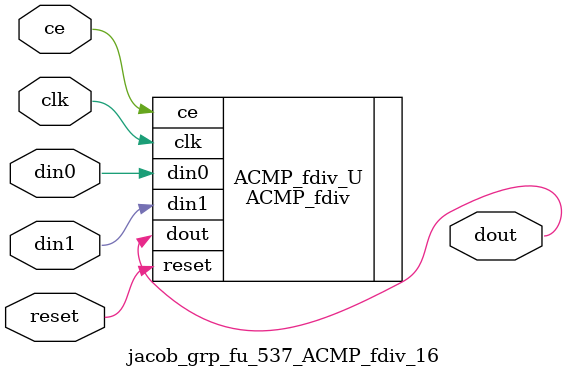
<source format=v>

`timescale 1 ns / 1 ps
module jacob_grp_fu_537_ACMP_fdiv_16(
    clk,
    reset,
    ce,
    din0,
    din1,
    dout);

parameter ID = 32'd1;
parameter NUM_STAGE = 32'd1;
parameter din0_WIDTH = 32'd1;
parameter din1_WIDTH = 32'd1;
parameter dout_WIDTH = 32'd1;
input clk;
input reset;
input ce;
input[din0_WIDTH - 1:0] din0;
input[din1_WIDTH - 1:0] din1;
output[dout_WIDTH - 1:0] dout;



ACMP_fdiv #(
.ID( ID ),
.NUM_STAGE( 12 ),
.din0_WIDTH( din0_WIDTH ),
.din1_WIDTH( din1_WIDTH ),
.dout_WIDTH( dout_WIDTH ))
ACMP_fdiv_U(
    .clk( clk ),
    .reset( reset ),
    .ce( ce ),
    .din0( din0 ),
    .din1( din1 ),
    .dout( dout ));

endmodule

</source>
